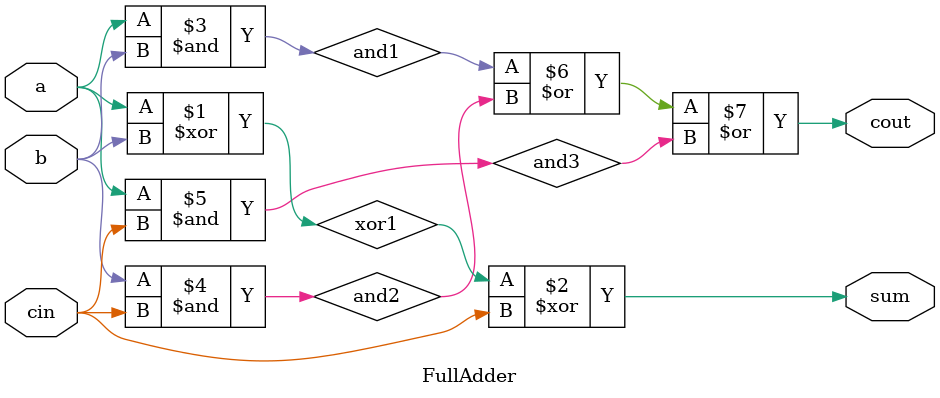
<source format=sv>
module FullAdder (
    input logic a,
    input logic b,
    input logic cin,
    output logic sum,
    output logic cout
);
    // Implement this module using gate-level Verilolg

    logic xor1, and1, and2, and3;

    xor(xor1, a, b);
    xor(sum, xor1, cin);
    and(and1, a, b);
    and(and2, b, cin);
    and(and3, a, cin);
    or(cout, and1, and2, and3);

endmodule

</source>
